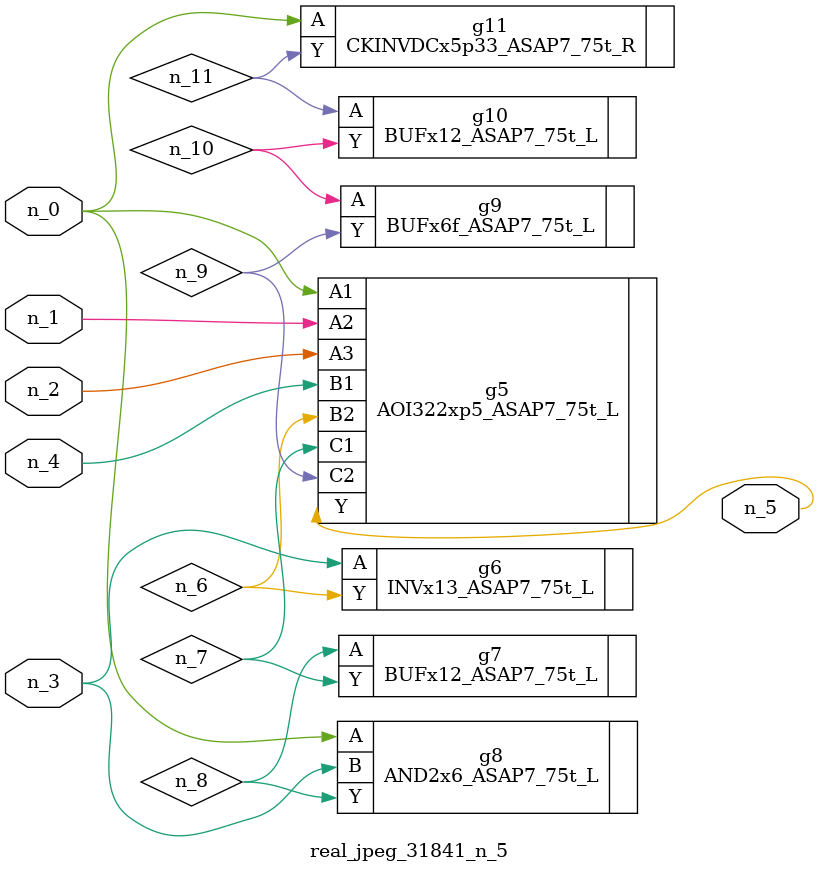
<source format=v>
module real_jpeg_31841_n_5 (n_4, n_0, n_1, n_2, n_3, n_5);

input n_4;
input n_0;
input n_1;
input n_2;
input n_3;

output n_5;

wire n_8;
wire n_11;
wire n_6;
wire n_7;
wire n_10;
wire n_9;

AOI322xp5_ASAP7_75t_L g5 ( 
.A1(n_0),
.A2(n_1),
.A3(n_2),
.B1(n_4),
.B2(n_6),
.C1(n_7),
.C2(n_9),
.Y(n_5)
);

AND2x6_ASAP7_75t_L g8 ( 
.A(n_0),
.B(n_3),
.Y(n_8)
);

CKINVDCx5p33_ASAP7_75t_R g11 ( 
.A(n_0),
.Y(n_11)
);

INVx13_ASAP7_75t_L g6 ( 
.A(n_3),
.Y(n_6)
);

BUFx12_ASAP7_75t_L g7 ( 
.A(n_8),
.Y(n_7)
);

BUFx6f_ASAP7_75t_L g9 ( 
.A(n_10),
.Y(n_9)
);

BUFx12_ASAP7_75t_L g10 ( 
.A(n_11),
.Y(n_10)
);


endmodule
</source>
